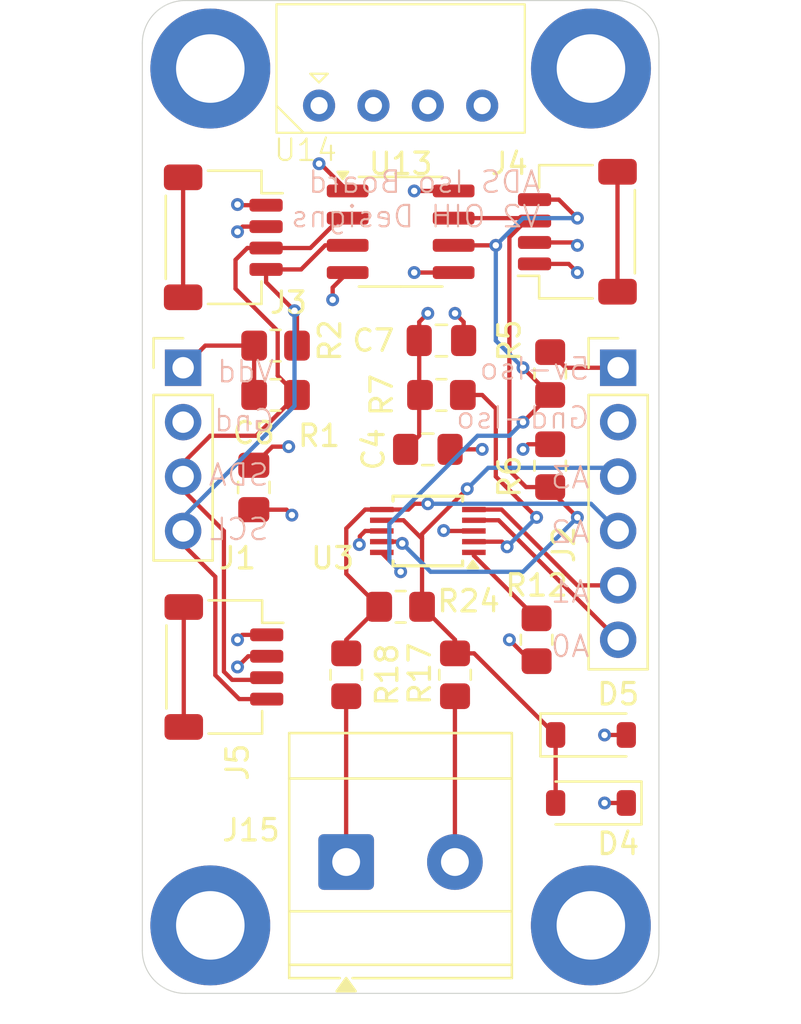
<source format=kicad_pcb>
(kicad_pcb (version 20241229) (generator "pcbnew") (generator_version "9.0")
  (layers (0 "F.Cu" signal) (4 "In1.Cu" signal) (6 "In2.Cu" signal) (2 "B.Cu" signal) (13 "F.Paste" user) (15 "B.Paste" user) (5 "F.SilkS" user "F.Silkscreen") (7 "B.SilkS" user "B.Silkscreen") (1 "F.Mask" user) (3 "B.Mask" user) (25 "Edge.Cuts" user))
  (net 0 "")
  (net 1 "Gnd-iso")
  (net 2 "5V-iso")
  (net 3 "GND")
  (net 4 "VDD")
  (net 5 "ADS_ADDR")
  (net 6 "SCL-5V")
  (net 7 "ADS_ALERT")
  (net 8 "SDA-5V")
  (net 9 "SDA")
  (net 10 "SCL")
  (net 11 "/AIN3")
  (net 12 "/AIN0")
  (net 13 "/AIN2")
  (net 14 "/AIN1")
  (net 15 "unconnected-(J3-MountPin-PadMP)")
  (net 16 "unconnected-(J4-MountPin-PadMP)")
  (net 17 "unconnected-(J5-MountPin-PadMP)")
  (net 18 "Net-(J15-Pin_2)")
  (net 19 "Net-(J15-Pin_1)")
  (footprint "Resistor_SMD:R_0805_2012Metric_Pad1.20x1.40mm_HandSolder" (layer "F.Cu") (at 139.065 53.34)
    (property "Reference" "R7" (at -2.794 0 90) (layer "F.SilkS"))
    (property "Value" "4.7K")
    (fp_line (start -0.227064 -0.735) (end 0.227064 -0.735) (stroke (width 0.12)) (layer "F.SilkS"))
    (fp_line (start -0.227064 0.735) (end 0.227064 0.735) (stroke (width 0.12)) (layer "F.SilkS"))
    (pad "1" smd roundrect (at -1 0) (size 1.2 1.4) (layers "F.Cu" "F.Mask" "F.Paste") (roundrect_rratio 0.208333) (net 2 "5V-iso"))
    (pad "2" smd roundrect (at 1 0) (size 1.2 1.4) (layers "F.Cu" "F.Mask" "F.Paste") (roundrect_rratio 0.208333) (net 7 "ADS_ALERT"))
  )
  (footprint "Resistor_SMD:R_0805_2012Metric_Pad1.20x1.40mm_HandSolder" (layer "F.Cu") (at 143.51 64.77 -90)
    (property "Reference" "R12" (at -2.54 0 180) (layer "F.SilkS"))
    (property "Value" "0")
    (fp_line (start -0.227064 0.735) (end 0.227064 0.735) (stroke (width 0.12)) (layer "F.SilkS"))
    (fp_line (start -0.227064 -0.735) (end 0.227064 -0.735) (stroke (width 0.12)) (layer "F.SilkS"))
    (pad "1" smd roundrect (at -1 0 270) (size 1.2 1.4) (layers "F.Cu" "F.Mask" "F.Paste") (roundrect_rratio 0.208333) (net 5 "ADS_ADDR"))
    (pad "2" smd roundrect (at 1 0 270) (size 1.2 1.4) (layers "F.Cu" "F.Mask" "F.Paste") (roundrect_rratio 0.208333) (net 1 "Gnd-iso"))
  )
  (footprint "Diode_SMD:D_SOD-123" (layer "F.Cu") (at 146.05 72.39 180)
    (property "Reference" "D4" (at -1.27 -1.905 0) (layer "F.SilkS"))
    (property "Value" "D_Schottky")
    (fp_line (start -2.36 1) (end 1.65 1) (stroke (width 0.12)) (layer "F.SilkS"))
    (fp_line (start -2.36 -1) (end 1.65 -1) (stroke (width 0.12)) (layer "F.SilkS"))
    (fp_line (start -2.36 -1) (end -2.36 1) (stroke (width 0.12)) (layer "F.SilkS"))
    (pad "1" smd roundrect (at -1.65 0 180) (size 0.9 1.2) (layers "F.Cu" "F.Mask" "F.Paste") (net 2 "5V-iso"))
    (pad "2" smd roundrect (at 1.65 0 180) (size 0.9 1.2) (layers "F.Cu" "F.Mask" "F.Paste") (net 11 "/AIN3"))
  )
  (footprint "Package_SO:TSSOP-10_3x3mm_P0.5mm" (layer "F.Cu") (at 138.43 59.69 180)
    (property "Reference" "U3" (at 4.445 -1.27 0) (layer "F.SilkS"))
    (property "Value" "ADS1115IDGS")
    (fp_line (start 1.625 1.625) (end 1.625 1.4) (stroke (width 0.15)) (layer "F.SilkS"))
    (fp_line (start 1.625 -1.625) (end 1.625 -1.4) (stroke (width 0.15)) (layer "F.SilkS"))
    (fp_line (start -1.625 1.625) (end 1.625 1.625) (stroke (width 0.15)) (layer "F.SilkS"))
    (fp_line (start -1.625 1.625) (end -1.625 1.4) (stroke (width 0.15)) (layer "F.SilkS"))
    (fp_line (start -1.625 -1.625) (end 1.625 -1.625) (stroke (width 0.15)) (layer "F.SilkS"))
    (fp_line (start -1.625 -1.625) (end -1.625 -1.4) (stroke (width 0.15)) (layer "F.SilkS"))
    (fp_poly (pts (xy -2.1 -1.4) (xy -2.34 -1.73) (xy -1.86 -1.73) (xy -2.1 -1.4)) (stroke (width 0.12)) (fill yes) (layer "F.SilkS"))
    (pad "1" smd rect (at -2.15 -1 180) (size 1.1 0.25) (layers "F.Cu" "F.Mask" "F.Paste") (net 5 "ADS_ADDR"))
    (pad "2" smd rect (at -2.15 -0.5 180) (size 1.1 0.25) (layers "F.Cu" "F.Mask" "F.Paste") (net 7 "ADS_ALERT"))
    (pad "3" smd rect (at -2.15 0 180) (size 1.1 0.25) (layers "F.Cu" "F.Mask" "F.Paste") (net 1 "Gnd-iso"))
    (pad "4" smd rect (at -2.15 0.5 180) (size 1.1 0.25) (layers "F.Cu" "F.Mask" "F.Paste") (net 12 "/AIN0"))
    (pad "5" smd rect (at -2.15 1 180) (size 1.1 0.25) (layers "F.Cu" "F.Mask" "F.Paste") (net 14 "/AIN1"))
    (pad "6" smd rect (at 2.15 1 180) (size 1.1 0.25) (layers "F.Cu" "F.Mask" "F.Paste") (net 13 "/AIN2"))
    (pad "7" smd rect (at 2.15 0.5 180) (size 1.1 0.25) (layers "F.Cu" "F.Mask" "F.Paste") (net 11 "/AIN3"))
    (pad "8" smd rect (at 2.15 0 180) (size 1.1 0.25) (layers "F.Cu" "F.Mask" "F.Paste") (net 2 "5V-iso"))
    (pad "9" smd rect (at 2.15 -0.5 180) (size 1.1 0.25) (layers "F.Cu" "F.Mask" "F.Paste") (net 8 "SDA-5V"))
    (pad "10" smd rect (at 2.15 -1 180) (size 1.1 0.25) (layers "F.Cu" "F.Mask" "F.Paste") (net 6 "SCL-5V"))
  )
  (footprint "Library:XP SCT01F03S05" (layer "F.Cu") (at 138.46 38.72)
    (property "Reference" "U14" (at -5.745 3.19 0) (layer "F.SilkS") (effects (font (thickness 0.1))))
    (property "Value" "RFM-0505S")
    (fp_line (start -7.1 1.11) (end -5.83 2.38) (stroke (width 0.1)) (layer "F.SilkS"))
    (fp_line (start -5.519053 -0.377577) (end -4.757053 -0.377577) (stroke (width 0.1)) (layer "F.SilkS"))
    (fp_line (start -5.112653 0.028823) (end -5.519053 -0.377577) (stroke (width 0.1)) (layer "F.SilkS"))
    (fp_line (start -5.112653 0.028823) (end -4.706253 -0.377577) (stroke (width 0.1)) (layer "F.SilkS"))
    (fp_line (start -4.757053 -0.377577) (end -4.706253 -0.377577) (stroke (width 0.1)) (layer "F.SilkS"))
    (fp_rect (start -7.1 -3.62) (end 4.5 2.38) (stroke (width 0.1)) (fill no) (layer "F.SilkS"))
    (pad "1" thru_hole circle (at -5.11 1.11) (size 1.5 1.5) (drill 0.8) (layers "*.Cu" "*.Mask") (net 3 "GND"))
    (pad "2" thru_hole circle (at -2.57 1.11) (size 1.5 1.5) (drill 0.8) (layers "*.Cu" "*.Mask") (net 4 "VDD"))
    (pad "3" thru_hole circle (at -0.03 1.11) (size 1.5 1.5) (drill 0.8) (layers "*.Cu" "*.Mask") (net 1 "Gnd-iso"))
    (pad "4" thru_hole circle (at 2.51 1.11) (size 1.5 1.5) (drill 0.8) (layers "*.Cu" "*.Mask") (net 2 "5V-iso"))
  )
  (footprint "Package_SO:SOIC-8_3.9x4.9mm_P1.27mm" (layer "F.Cu") (at 137.16 45.72)
    (property "Reference" "U13" (at 0 -3.175 0) (layer "F.SilkS"))
    (property "Value" "ISO1540")
    (fp_line (start 0 -2.56) (end -1.95 -2.56) (stroke (width 0.12)) (layer "F.SilkS"))
    (fp_line (start 0 -2.56) (end 1.95 -2.56) (stroke (width 0.12)) (layer "F.SilkS"))
    (fp_line (start 0 2.56) (end -1.95 2.56) (stroke (width 0.12)) (layer "F.SilkS"))
    (fp_line (start 0 2.56) (end 1.95 2.56) (stroke (width 0.12)) (layer "F.SilkS"))
    (fp_poly (pts (xy -2.7 -2.465) (xy -2.94 -2.795) (xy -2.46 -2.795)) (stroke (width 0.12)) (fill yes) (layer "F.SilkS"))
    (pad "1" smd roundrect (at -2.475 -1.905) (size 1.95 0.6) (layers "F.Cu" "F.Mask" "F.Paste") (net 4 "VDD"))
    (pad "2" smd roundrect (at -2.475 -0.635) (size 1.95 0.6) (layers "F.Cu" "F.Mask" "F.Paste") (net 9 "SDA"))
    (pad "3" smd roundrect (at -2.475 0.635) (size 1.95 0.6) (layers "F.Cu" "F.Mask" "F.Paste") (net 10 "SCL"))
    (pad "4" smd roundrect (at -2.475 1.905) (size 1.95 0.6) (layers "F.Cu" "F.Mask" "F.Paste") (net 3 "GND"))
    (pad "5" smd roundrect (at 2.475 1.905) (size 1.95 0.6) (layers "F.Cu" "F.Mask" "F.Paste") (net 1 "Gnd-iso"))
    (pad "6" smd roundrect (at 2.475 0.635) (size 1.95 0.6) (layers "F.Cu" "F.Mask" "F.Paste") (net 6 "SCL-5V"))
    (pad "7" smd roundrect (at 2.475 -0.635) (size 1.95 0.6) (layers "F.Cu" "F.Mask" "F.Paste") (net 8 "SDA-5V"))
    (pad "8" smd roundrect (at 2.475 -1.905) (size 1.95 0.6) (layers "F.Cu" "F.Mask" "F.Paste") (net 2 "5V-iso"))
  )
  (footprint "MountingHole:MountingHole_3.2mm_M3_DIN965_Pad_TopBottom" (layer "F.Cu") (at 128.27 38.1)
    (property "Reference" "H1" (hide yes))
    (property "Value" "MountingHole")
    (pad "1" thru_hole circle (at 0 0) (size 3.6 3.6) (drill 3.2) (layers "*.Cu" "*.Mask"))
    (pad "1" connect circle (at 0 0) (size 5.6 5.6) (layers "F.Cu" "F.Mask"))
    (pad "1" connect circle (at 0 0) (size 5.6 5.6) (layers "B.Cu" "B.Mask"))
  )
  (footprint "TerminalBlock_Phoenix:TerminalBlock_Phoenix_MKDS-3-2-5.08_1x02_P5.08mm_Horizontal" (layer "F.Cu") (at 134.615 75.14625)
    (property "Reference" "J15" (at -4.44 -1.48625 0) (layer "F.SilkS"))
    (property "Value" "Barrel_Jack")
    (fp_line (start -2.66 -6.02) (end 7.74 -6.02) (stroke (width 0.12)) (layer "F.SilkS"))
    (fp_line (start -2.66 -3.9) (end 7.74 -3.9) (stroke (width 0.12)) (layer "F.SilkS"))
    (fp_line (start -2.66 2.3) (end 7.74 2.3) (stroke (width 0.12)) (layer "F.SilkS"))
    (fp_line (start -2.66 4.8) (end 7.74 4.8) (stroke (width 0.12)) (layer "F.SilkS"))
    (fp_line (start -2.66 5.42) (end -2.66 -6.02) (stroke (width 0.12)) (layer "F.SilkS"))
    (fp_line (start -0.3 5.42) (end -2.66 5.42) (stroke (width 0.12)) (layer "F.SilkS"))
    (fp_line (start 7.74 -6.02) (end 7.74 5.42) (stroke (width 0.12)) (layer "F.SilkS"))
    (fp_line (start 7.74 5.42) (end 0.3 5.42) (stroke (width 0.12)) (layer "F.SilkS"))
    (fp_poly (pts (xy 0 5.42) (xy 0.44 6.03) (xy -0.44 6.03)) (stroke (width 0.12)) (fill yes) (layer "F.SilkS"))
    (pad "1" thru_hole roundrect (at 0 0) (size 2.6 2.6) (drill 1.3) (layers "*.Cu" "*.Mask") (roundrect_rratio 0.096154) (net 19 "Net-(J15-Pin_1)"))
    (pad "2" thru_hole circle (at 5.08 0) (size 2.6 2.6) (drill 1.3) (layers "*.Cu" "*.Mask") (net 18 "Net-(J15-Pin_2)"))
  )
  (footprint "Resistor_SMD:R_0805_2012Metric_Pad1.20x1.40mm_HandSolder" (layer "F.Cu") (at 137.16 63.23 180)
    (property "Reference" "R24" (at -3.175 0.265 0) (layer "F.SilkS"))
    (property "Value" "15K")
    (fp_line (start -0.227064 0.735) (end 0.227064 0.735) (stroke (width 0.12)) (layer "F.SilkS"))
    (fp_line (start -0.227064 -0.735) (end 0.227064 -0.735) (stroke (width 0.12)) (layer "F.SilkS"))
    (pad "1" smd roundrect (at -1 0 180) (size 1.2 1.4) (layers "F.Cu" "F.Mask" "F.Paste") (roundrect_rratio 0.208333) (net 11 "/AIN3"))
    (pad "2" smd roundrect (at 1 0 180) (size 1.2 1.4) (layers "F.Cu" "F.Mask" "F.Paste") (roundrect_rratio 0.208333) (net 13 "/AIN2"))
  )
  (footprint "Capacitor_SMD:C_0805_2012Metric_Pad1.18x1.45mm_HandSolder" (layer "F.Cu") (at 130.302 57.658 -90)
    (property "Reference" "C8" (at -2.54 0 180) (layer "F.SilkS"))
    (property "Value" "0.1uF")
    (fp_line (start -0.261252 0.735) (end 0.261252 0.735) (stroke (width 0.12)) (layer "F.SilkS"))
    (fp_line (start -0.261252 -0.735) (end 0.261252 -0.735) (stroke (width 0.12)) (layer "F.SilkS"))
    (pad "1" smd roundrect (at -1.0375 0 270) (size 1.175 1.45) (layers "F.Cu" "F.Mask" "F.Paste") (roundrect_rratio 0.212766) (net 4 "VDD"))
    (pad "2" smd roundrect (at 1.0375 0 270) (size 1.175 1.45) (layers "F.Cu" "F.Mask" "F.Paste") (roundrect_rratio 0.212766) (net 3 "GND"))
  )
  (footprint "Connector_JST:JST_SH_SM04B-SRSS-TB_1x04-1MP_P1.00mm_Horizontal" (layer "F.Cu") (at 145.415 45.72 90)
    (property "Reference" "J4" (at 3.175 -3.175 0) (layer "F.SilkS"))
    (property "Value" "Conn_01x04_MountingPin")
    (fp_line (start 3.11 -1.785) (end 2.06 -1.785) (stroke (width 0.12)) (layer "F.SilkS"))
    (fp_line (start -2.06 -1.785) (end -2.06 -2.775) (stroke (width 0.12)) (layer "F.SilkS"))
    (fp_line (start -3.11 -1.785) (end -2.06 -1.785) (stroke (width 0.12)) (layer "F.SilkS"))
    (fp_line (start 3.11 0.715) (end 3.11 -1.785) (stroke (width 0.12)) (layer "F.SilkS"))
    (fp_line (start -3.11 0.715) (end -3.11 -1.785) (stroke (width 0.12)) (layer "F.SilkS"))
    (fp_line (start -1.94 2.685) (end 1.94 2.685) (stroke (width 0.12)) (layer "F.SilkS"))
    (pad "1" smd roundrect (at -1.5 -2 90) (size 0.6 1.55) (layers "F.Cu" "F.Mask" "F.Paste") (net 1 "Gnd-iso"))
    (pad "2" smd roundrect (at -0.5 -2 90) (size 0.6 1.55) (layers "F.Cu" "F.Mask" "F.Paste") (net 2 "5V-iso"))
    (pad "3" smd roundrect (at 0.5 -2 90) (size 0.6 1.55) (layers "F.Cu" "F.Mask" "F.Paste") (net 8 "SDA-5V"))
    (pad "4" smd roundrect (at 1.5 -2 90) (size 0.6 1.55) (layers "F.Cu" "F.Mask" "F.Paste") (net 6 "SCL-5V"))
    (pad "MP" smd roundrect (at -2.8 1.875 90) (size 1.2 1.8) (layers "F.Cu" "F.Mask" "F.Paste") (roundrect_rratio 0.208333) (net 16 "unconnected-(J4-MountPin-PadMP)"))
    (pad "MP" smd roundrect (at 2.8 1.875 90) (size 1.2 1.8) (layers "F.Cu" "F.Mask" "F.Paste") (roundrect_rratio 0.208333) (net 16 "unconnected-(J4-MountPin-PadMP)"))
  )
  (footprint "Connector_PinHeader_2.54mm:PinHeader_1x06_P2.54mm_Vertical" (layer "F.Cu") (at 147.32 52.07)
    (property "Reference" "J2" (at -2.54 8.255 90) (layer "F.SilkS"))
    (property "Value" "Screw_Terminal_01x06")
    (fp_line (start -1.38 -1.38) (end 0 -1.38) (stroke (width 0.12)) (layer "F.SilkS"))
    (fp_line (start -1.38 0) (end -1.38 -1.38) (stroke (width 0.12)) (layer "F.SilkS"))
    (fp_line (start -1.38 1.27) (end -1.38 14.08) (stroke (width 0.12)) (layer "F.SilkS"))
    (fp_line (start -1.38 1.27) (end 1.38 1.27) (stroke (width 0.12)) (layer "F.SilkS"))
    (fp_line (start -1.38 14.08) (end 1.38 14.08) (stroke (width 0.12)) (layer "F.SilkS"))
    (fp_line (start 1.38 1.27) (end 1.38 14.08) (stroke (width 0.12)) (layer "F.SilkS"))
    (pad "1" thru_hole rect (at 0 0) (size 1.7 1.7) (drill 1) (layers "*.Cu" "*.Mask") (net 2 "5V-iso"))
    (pad "2" thru_hole circle (at 0 2.54) (size 1.7 1.7) (drill 1) (layers "*.Cu" "*.Mask") (net 1 "Gnd-iso"))
    (pad "3" thru_hole circle (at 0 5.08) (size 1.7 1.7) (drill 1) (layers "*.Cu" "*.Mask") (net 11 "/AIN3"))
    (pad "4" thru_hole circle (at 0 7.62) (size 1.7 1.7) (drill 1) (layers "*.Cu" "*.Mask") (net 13 "/AIN2"))
    (pad "5" thru_hole circle (at 0 10.16) (size 1.7 1.7) (drill 1) (layers "*.Cu" "*.Mask") (net 14 "/AIN1"))
    (pad "6" thru_hole circle (at 0 12.7) (size 1.7 1.7) (drill 1) (layers "*.Cu" "*.Mask") (net 12 "/AIN0"))
  )
  (footprint "Connector_JST:JST_SH_SM04B-SRSS-TB_1x04-1MP_P1.00mm_Horizontal" (layer "F.Cu") (at 128.905 66.04 -90)
    (property "Reference" "J5" (at 4.445 -0.635 90) (layer "F.SilkS"))
    (property "Value" "Conn_01x04_MountingPin")
    (fp_line (start -1.94 2.685) (end 1.94 2.685) (stroke (width 0.12)) (layer "F.SilkS"))
    (fp_line (start -3.11 0.715) (end -3.11 -1.785) (stroke (width 0.12)) (layer "F.SilkS"))
    (fp_line (start 3.11 0.715) (end 3.11 -1.785) (stroke (width 0.12)) (layer "F.SilkS"))
    (fp_line (start -3.11 -1.785) (end -2.06 -1.785) (stroke (width 0.12)) (layer "F.SilkS"))
    (fp_line (start -2.06 -1.785) (end -2.06 -2.775) (stroke (width 0.12)) (layer "F.SilkS"))
    (fp_line (start 3.11 -1.785) (end 2.06 -1.785) (stroke (width 0.12)) (layer "F.SilkS"))
    (pad "1" smd roundrect (at -1.5 -2 270) (size 0.6 1.55) (layers "F.Cu" "F.Mask" "F.Paste") (net 3 "GND"))
    (pad "2" smd roundrect (at -0.5 -2 270) (size 0.6 1.55) (layers "F.Cu" "F.Mask" "F.Paste") (net 4 "VDD"))
    (pad "3" smd roundrect (at 0.5 -2 270) (size 0.6 1.55) (layers "F.Cu" "F.Mask" "F.Paste") (net 9 "SDA"))
    (pad "4" smd roundrect (at 1.5 -2 270) (size 0.6 1.55) (layers "F.Cu" "F.Mask" "F.Paste") (net 10 "SCL"))
    (pad "MP" smd roundrect (at -2.8 1.875 270) (size 1.2 1.8) (layers "F.Cu" "F.Mask" "F.Paste") (roundrect_rratio 0.208333) (net 17 "unconnected-(J5-MountPin-PadMP)"))
    (pad "MP" smd roundrect (at 2.8 1.875 270) (size 1.2 1.8) (layers "F.Cu" "F.Mask" "F.Paste") (roundrect_rratio 0.208333) (net 17 "unconnected-(J5-MountPin-PadMP)"))
  )
  (footprint "Resistor_SMD:R_0805_2012Metric_Pad1.20x1.40mm_HandSolder" (layer "F.Cu") (at 134.62 66.405 90)
    (property "Reference" "R18" (at 0 1.905 90) (layer "F.SilkS"))
    (property "Value" "499.0K")
    (fp_line (start -0.227064 -0.735) (end 0.227064 -0.735) (stroke (width 0.12)) (layer "F.SilkS"))
    (fp_line (start -0.227064 0.735) (end 0.227064 0.735) (stroke (width 0.12)) (layer "F.SilkS"))
    (pad "1" smd roundrect (at -1 0 90) (size 1.2 1.4) (layers "F.Cu" "F.Mask" "F.Paste") (roundrect_rratio 0.208333) (net 19 "Net-(J15-Pin_1)"))
    (pad "2" smd roundrect (at 1 0 90) (size 1.2 1.4) (layers "F.Cu" "F.Mask" "F.Paste") (roundrect_rratio 0.208333) (net 13 "/AIN2"))
  )
  (footprint "MountingHole:MountingHole_3.2mm_M3_DIN965_Pad_TopBottom" (layer "F.Cu") (at 146.05 38.1)
    (property "Reference" "H2" (hide yes))
    (property "Value" "MountingHole")
    (pad "1" thru_hole circle (at 0 0) (size 3.6 3.6) (drill 3.2) (layers "*.Cu" "*.Mask"))
    (pad "1" connect circle (at 0 0) (size 5.6 5.6) (layers "F.Cu" "F.Mask"))
    (pad "1" connect circle (at 0 0) (size 5.6 5.6) (layers "B.Cu" "B.Mask"))
  )
  (footprint "MountingHole:MountingHole_3.2mm_M3_DIN965_Pad_TopBottom" (layer "F.Cu") (at 146.045 78.105)
    (property "Reference" "H4" (hide yes))
    (property "Value" "MountingHole")
    (pad "1" thru_hole circle (at 0 0) (size 3.6 3.6) (drill 3.2) (layers "*.Cu" "*.Mask"))
    (pad "1" connect circle (at 0 0) (size 5.6 5.6) (layers "F.Cu" "F.Mask"))
    (pad "1" connect circle (at 0 0) (size 5.6 5.6) (layers "B.Cu" "B.Mask"))
  )
  (footprint "Capacitor_SMD:C_0805_2012Metric_Pad1.18x1.45mm_HandSolder" (layer "F.Cu") (at 139.065 50.8)
    (property "Reference" "C7" (at -3.175 0 180) (layer "F.SilkS"))
    (property "Value" "0.1uF")
    (fp_line (start -0.261252 -0.735) (end 0.261252 -0.735) (stroke (width 0.12)) (layer "F.SilkS"))
    (fp_line (start -0.261252 0.735) (end 0.261252 0.735) (stroke (width 0.12)) (layer "F.SilkS"))
    (pad "1" smd roundrect (at -1.0375 0) (size 1.175 1.45) (layers "F.Cu" "F.Mask" "F.Paste") (roundrect_rratio 0.212766) (net 2 "5V-iso"))
    (pad "2" smd roundrect (at 1.0375 0) (size 1.175 1.45) (layers "F.Cu" "F.Mask" "F.Paste") (roundrect_rratio 0.212766) (net 1 "Gnd-iso"))
  )
  (footprint "Connector_JST:JST_SH_SM04B-SRSS-TB_1x04-1MP_P1.00mm_Horizontal" (layer "F.Cu") (at 128.875 45.98 -90)
    (property "Reference" "J3" (at 3.048 -3.048 180) (layer "F.SilkS"))
    (property "Value" "Conn_01x04_MountingPin")
    (fp_line (start -1.94 2.685) (end 1.94 2.685) (stroke (width 0.12)) (layer "F.SilkS"))
    (fp_line (start -3.11 0.715) (end -3.11 -1.785) (stroke (width 0.12)) (layer "F.SilkS"))
    (fp_line (start 3.11 0.715) (end 3.11 -1.785) (stroke (width 0.12)) (layer "F.SilkS"))
    (fp_line (start -3.11 -1.785) (end -2.06 -1.785) (stroke (width 0.12)) (layer "F.SilkS"))
    (fp_line (start -2.06 -1.785) (end -2.06 -2.775) (stroke (width 0.12)) (layer "F.SilkS"))
    (fp_line (start 3.11 -1.785) (end 2.06 -1.785) (stroke (width 0.12)) (layer "F.SilkS"))
    (pad "1" smd roundrect (at -1.5 -2 270) (size 0.6 1.55) (layers "F.Cu" "F.Mask" "F.Paste") (net 3 "GND"))
    (pad "2" smd roundrect (at -0.5 -2 270) (size 0.6 1.55) (layers "F.Cu" "F.Mask" "F.Paste") (net 4 "VDD"))
    (pad "3" smd roundrect (at 0.5 -2 270) (size 0.6 1.55) (layers "F.Cu" "F.Mask" "F.Paste") (net 9 "SDA"))
    (pad "4" smd roundrect (at 1.5 -2 270) (size 0.6 1.55) (layers "F.Cu" "F.Mask" "F.Paste") (net 10 "SCL"))
    (pad "MP" smd roundrect (at -2.8 1.875 270) (size 1.2 1.8) (layers "F.Cu" "F.Mask" "F.Paste") (roundrect_rratio 0.208333) (net 15 "unconnected-(J3-MountPin-PadMP)"))
    (pad "MP" smd roundrect (at 2.8 1.875 270) (size 1.2 1.8) (layers "F.Cu" "F.Mask" "F.Paste") (roundrect_rratio 0.208333) (net 15 "unconnected-(J3-MountPin-PadMP)"))
  )
  (footprint "Capacitor_SMD:C_0805_2012Metric_Pad1.18x1.45mm_HandSolder" (layer "F.Cu") (at 138.43 55.88 180)
    (property "Reference" "C4" (at 2.54 0 90) (layer "F.SilkS"))
    (property "Value" "0.1uF")
    (fp_line (start -0.261252 0.735) (end 0.261252 0.735) (stroke (width 0.12)) (layer "F.SilkS"))
    (fp_line (start -0.261252 -0.735) (end 0.261252 -0.735) (stroke (width 0.12)) (layer "F.SilkS"))
    (pad "1" smd roundrect (at -1.0375 0 180) (size 1.175 1.45) (layers "F.Cu" "F.Mask" "F.Paste") (roundrect_rratio 0.212766) (net 1 "Gnd-iso"))
    (pad "2" smd roundrect (at 1.0375 0 180) (size 1.175 1.45) (layers "F.Cu" "F.Mask" "F.Paste") (roundrect_rratio 0.212766) (net 2 "5V-iso"))
  )
  (footprint "Resistor_SMD:R_0805_2012Metric_Pad1.20x1.40mm_HandSolder" (layer "F.Cu") (at 139.7 66.405 90)
    (property "Reference" "R17" (at 0.04875 -1.65 90) (layer "F.SilkS"))
    (property "Value" "499.0K")
    (fp_line (start -0.227064 -0.735) (end 0.227064 -0.735) (stroke (width 0.12)) (layer "F.SilkS"))
    (fp_line (start -0.227064 0.735) (end 0.227064 0.735) (stroke (width 0.12)) (layer "F.SilkS"))
    (pad "1" smd roundrect (at -1 0 90) (size 1.2 1.4) (layers "F.Cu" "F.Mask" "F.Paste") (roundrect_rratio 0.208333) (net 18 "Net-(J15-Pin_2)"))
    (pad "2" smd roundrect (at 1 0 90) (size 1.2 1.4) (layers "F.Cu" "F.Mask" "F.Paste") (roundrect_rratio 0.208333) (net 11 "/AIN3"))
  )
  (footprint "Resistor_SMD:R_0805_2012Metric_Pad1.20x1.40mm_HandSolder" (layer "F.Cu") (at 131.318 53.34)
    (property "Reference" "R1" (at 2.032 1.905 0) (layer "F.SilkS"))
    (property "Value" "4.7K")
    (fp_line (start -0.227064 -0.735) (end 0.227064 -0.735) (stroke (width 0.12)) (layer "F.SilkS"))
    (fp_line (start -0.227064 0.735) (end 0.227064 0.735) (stroke (width 0.12)) (layer "F.SilkS"))
    (pad "1" smd roundrect (at -1 0) (size 1.2 1.4) (layers "F.Cu" "F.Mask" "F.Paste") (roundrect_rratio 0.208333) (net 4 "VDD"))
    (pad "2" smd roundrect (at 1 0) (size 1.2 1.4) (layers "F.Cu" "F.Mask" "F.Paste") (roundrect_rratio 0.208333) (net 9 "SDA"))
  )
  (footprint "Resistor_SMD:R_0805_2012Metric_Pad1.20x1.40mm_HandSolder" (layer "F.Cu") (at 144.145 56.642 -90)
    (property "Reference" "R6" (at 0.508 1.905 90) (layer "F.SilkS"))
    (property "Value" "4.7K")
    (fp_line (start -0.227064 0.735) (end 0.227064 0.735) (stroke (width 0.12)) (layer "F.SilkS"))
    (fp_line (start -0.227064 -0.735) (end 0.227064 -0.735) (stroke (width 0.12)) (layer "F.SilkS"))
    (pad "1" smd roundrect (at -1 0 270) (size 1.2 1.4) (layers "F.Cu" "F.Mask" "F.Paste") (roundrect_rratio 0.208333) (net 2 "5V-iso"))
    (pad "2" smd roundrect (at 1 0 270) (size 1.2 1.4) (layers "F.Cu" "F.Mask" "F.Paste") (roundrect_rratio 0.208333) (net 8 "SDA-5V"))
  )
  (footprint "Diode_SMD:D_SOD-123" (layer "F.Cu") (at 146.05 69.215)
    (property "Reference" "D5" (at 1.27 -1.905 0) (layer "F.SilkS"))
    (property "Value" "D_Schottky")
    (fp_line (start -2.36 -1) (end -2.36 1) (stroke (width 0.12)) (layer "F.SilkS"))
    (fp_line (start -2.36 -1) (end 1.65 -1) (stroke (width 0.12)) (layer "F.SilkS"))
    (fp_line (start -2.36 1) (end 1.65 1) (stroke (width 0.12)) (layer "F.SilkS"))
    (pad "1" smd roundrect (at -1.65 0) (size 0.9 1.2) (layers "F.Cu" "F.Mask" "F.Paste") (net 11 "/AIN3"))
    (pad "2" smd roundrect (at 1.65 0) (size 0.9 1.2) (layers "F.Cu" "F.Mask" "F.Paste") (net 1 "Gnd-iso"))
  )
  (footprint "MountingHole:MountingHole_3.2mm_M3_DIN965_Pad_TopBottom" (layer "F.Cu") (at 128.27 78.105)
    (property "Reference" "H3" (hide yes))
    (property "Value" "MountingHole")
    (pad "1" thru_hole circle (at 0 0) (size 3.6 3.6) (drill 3.2) (layers "*.Cu" "*.Mask"))
    (pad "1" connect circle (at 0 0) (size 5.6 5.6) (layers "F.Cu" "F.Mask"))
    (pad "1" connect circle (at 0 0) (size 5.6 5.6) (layers "B.Cu" "B.Mask"))
  )
  (footprint "Resistor_SMD:R_0805_2012Metric_Pad1.20x1.40mm_HandSolder" (layer "F.Cu") (at 144.145 52.34 -90)
    (property "Reference" "R5" (at -1.54 1.905 90) (layer "F.SilkS"))
    (property "Value" "4.7K")
    (fp_line (start -0.227064 0.735) (end 0.227064 0.735) (stroke (width 0.12)) (layer "F.SilkS"))
    (fp_line (start -0.227064 -0.735) (end 0.227064 -0.735) (stroke (width 0.12)) (layer "F.SilkS"))
    (pad "1" smd roundrect (at -1 0 270) (size 1.2 1.4) (layers "F.Cu" "F.Mask" "F.Paste") (roundrect_rratio 0.208333) (net 2 "5V-iso"))
    (pad "2" smd roundrect (at 1 0 270) (size 1.2 1.4) (layers "F.Cu" "F.Mask" "F.Paste") (roundrect_rratio 0.208333) (net 6 "SCL-5V"))
  )
  (footprint "Connector_PinHeader_2.54mm:PinHeader_1x04_P2.54mm_Vertical" (layer "F.Cu") (at 127 52.07)
    (property "Reference" "J1" (at 2.54 8.89 0) (layer "F.SilkS"))
    (property "Value" "Screw_Terminal_01x04")
    (fp_line (start -1.38 -1.38) (end 0 -1.38) (stroke (width 0.12)) (layer "F.SilkS"))
    (fp_line (start -1.38 0) (end -1.38 -1.38) (stroke (width 0.12)) (layer "F.SilkS"))
    (fp_line (start -1.38 1.27) (end -1.38 9) (stroke (width 0.12)) (layer "F.SilkS"))
    (fp_line (start -1.38 1.27) (end 1.38 1.27) (stroke (width 0.12)) (layer "F.SilkS"))
    (fp_line (start -1.38 9) (end 1.38 9) (stroke (width 0.12)) (layer "F.SilkS"))
    (fp_line (start 1.38 1.27) (end 1.38 9) (stroke (width 0.12)) (layer "F.SilkS"))
    (pad "1" thru_hole rect (at 0 0) (size 1.7 1.7) (drill 1) (layers "*.Cu" "*.Mask") (net 4 "VDD"))
    (pad "2" thru_hole circle (at 0 2.54) (size 1.7 1.7) (drill 1) (layers "*.Cu" "*.Mask") (net 3 "GND"))
    (pad "3" thru_hole circle (at 0 5.08) (size 1.7 1.7) (drill 1) (layers "*.Cu" "*.Mask") (net 9 "SDA"))
    (pad "4" thru_hole circle (at 0 7.62) (size 1.7 1.7) (drill 1) (layers "*.Cu" "*.Mask") (net 10 "SCL"))
  )
  (footprint "Resistor_SMD:R_0805_2012Metric_Pad1.20x1.40mm_HandSolder" (layer "F.Cu") (at 131.318 51.036)
    (property "Reference" "R2" (at 2.54 -0.236 90) (layer "F.SilkS"))
    (property "Value" "4.7K")
    (fp_line (start -0.227064 -0.735) (end 0.227064 -0.735) (stroke (width 0.12)) (layer "F.SilkS"))
    (fp_line (start -0.227064 0.735) (end 0.227064 0.735) (stroke (width 0.12)) (layer "F.SilkS"))
    (pad "1" smd roundrect (at -1 0) (size 1.2 1.4) (layers "F.Cu" "F.Mask" "F.Paste") (roundrect_rratio 0.208333) (net 4 "VDD"))
    (pad "2" smd roundrect (at 1 0) (size 1.2 1.4) (layers "F.Cu" "F.Mask" "F.Paste") (roundrect_rratio 0.208333) (net 10 "SCL"))
  )
  (gr_line (start 149.226132 36.925051) (end 149.225051 79.280051) (stroke (width 0.05)) (layer "Edge.Cuts"))
  (gr_line (start 127.095 34.925) (end 147.226132 34.925) (stroke (width 0.05)) (layer "Edge.Cuts"))
  (gr_arc (start 147.226132 34.925) (mid 148.640343 35.510816) (end 149.226132 36.925051) (stroke (width 0.05)) (layer "Edge.Cuts"))
  (gr_arc (start 127.095 81.28) (mid 125.680786 80.694214) (end 125.095 79.28) (stroke (width 0.05)) (layer "Edge.Cuts"))
  (gr_line (start 125.095 79.28) (end 125.095 36.925) (stroke (width 0.05)) (layer "Edge.Cuts"))
  (gr_line (start 147.225051 81.28) (end 127.095 81.28) (stroke (width 0.05)) (layer "Edge.Cuts"))
  (gr_arc (start 149.225051 79.280051) (mid 148.639247 80.694232) (end 147.225051 81.28) (stroke (width 0.05)) (layer "Edge.Cuts"))
  (gr_arc (start 125.095 36.925) (mid 125.680786 35.510786) (end 127.095 34.925) (stroke (width 0.05)) (layer "Edge.Cuts"))
  (gr_text "SDA" (at 131.064 57.658 0) (layer "B.SilkS") (effects (font (size 1 1) (thickness 0.1)) (justify left bottom mirror)))
  (gr_text "A1" (at 146.05 63.119 0) (layer "B.SilkS") (effects (font (size 1 1) (thickness 0.1)) (justify left bottom mirror)))
  (gr_text "A3" (at 146.05 57.785 0) (layer "B.SilkS") (effects (font (size 1 1) (thickness 0.1)) (justify left bottom mirror)))
  (gr_text "ADS Iso Board\nV2 OIH Designs" (at 143.764 45.593 0) (layer "B.SilkS") (effects (font (size 1 1) (thickness 0.1)) (justify left bottom mirror)))
  (gr_text "Gnd-Iso" (at 146.05 54.991 0) (layer "B.SilkS") (effects (font (size 1 1) (thickness 0.1)) (justify left bottom mirror)))
  (gr_text "SCL" (at 131.064 60.198 0) (layer "B.SilkS") (effects (font (size 1 1) (thickness 0.1)) (justify left bottom mirror)))
  (gr_text "5v-Iso" (at 146.05 52.705 0) (layer "B.SilkS") (effects (font (size 1 1) (thickness 0.1)) (justify left bottom mirror)))
  (gr_text "A2" (at 146.05 60.325 0) (layer "B.SilkS") (effects (font (size 1 1) (thickness 0.1)) (justify left bottom mirror)))
  (gr_text "Vdd" (at 131.318 52.832 0) (layer "B.SilkS") (effects (font (size 1 1) (thickness 0.1)) (justify left bottom mirror)))
  (gr_text "A0" (at 146.05 65.659 0) (layer "B.SilkS") (effects (font (size 1 1) (thickness 0.1)) (justify left bottom mirror)))
  (gr_text "Gnd" (at 131.318 55.118 0) (layer "B.SilkS") (effects (font (size 1 1) (thickness 0.1)) (justify left bottom mirror)))
  (segment (start 143.24 65.77) (end 142.24 64.77) (width 0.2) (layer "F.Cu") (net 1))
  (segment (start 143.415 47.22) (end 145.01 47.22) (width 0.2) (layer "F.Cu") (net 1))
  (segment (start 140.1025 49.9325) (end 139.7 49.53) (width 0.2) (layer "F.Cu") (net 1))
  (segment (start 139.635 47.625) (end 137.795 47.625) (width 0.2) (layer "F.Cu") (net 1))
  (segment (start 145.01 47.22) (end 145.415 47.625) (width 0.2) (layer "F.Cu") (net 1))
  (segment (start 143.51 65.77) (end 143.24 65.77) (width 0.2) (layer "F.Cu") (net 1))
  (segment (start 140.58 59.69) (end 139.151528 59.69) (width 0.2) (layer "F.Cu") (net 1))
  (segment (start 139.151528 59.69) (end 139.170615 59.670913) (width 0.2) (layer "F.Cu") (net 1))
  (segment (start 139.4675 55.88) (end 140.97 55.88) (width 0.2) (layer "F.Cu") (net 1))
  (segment (start 147.7 69.215) (end 146.685 69.215) (width 0.2) (layer "F.Cu") (net 1))
  (segment (start 140.1025 50.8) (end 140.1025 49.9325) (width 0.2) (layer "F.Cu") (net 1))
  (via (at 142.24 64.77) (size 0.6) (drill 0.3) (layers "F.Cu" "B.Cu") (net 1))
  (via (at 146.685 69.215) (size 0.6) (drill 0.3) (layers "F.Cu" "B.Cu") (net 1))
  (via (at 145.415 47.625) (size 0.6) (drill 0.3) (layers "F.Cu" "B.Cu") (net 1))
  (via (at 140.97 55.88) (size 0.6) (drill 0.3) (layers "F.Cu" "B.Cu") (net 1))
  (via (at 139.170615 59.670913) (size 0.6) (drill 0.3) (layers "F.Cu" "B.Cu") (net 1))
  (via (at 139.7 49.53) (size 0.6) (drill 0.3) (layers "F.Cu" "B.Cu") (net 1))
  (via (at 137.795 47.625) (size 0.6) (drill 0.3) (layers "F.Cu" "B.Cu") (net 1))
  (segment (start 143.113 55.642) (end 142.875 55.88) (width 0.2) (layer "F.Cu") (net 2))
  (segment (start 138.0275 50.8) (end 138.0275 49.9325) (width 0.2) (layer "F.Cu") (net 2))
  (segment (start 135.230634 60.325) (end 135.23011 60.325524) (width 0.2) (layer "F.Cu") (net 2))
  (segment (start 135.255 59.938) (end 135.255 60.325) (width 0.2) (layer "F.Cu") (net 2))
  (segment (start 144.875 52.07) (end 144.145 51.34) (width 0.2) (layer "F.Cu") (net 2))
  (segment (start 135.255 60.325) (end 135.230634 60.325) (width 0.2) (layer "F.Cu") (net 2))
  (segment (start 138.0275 49.9325) (end 138.43 49.53) (width 0.2) (layer "F.Cu") (net 2))
  (segment (start 145.28 46.22) (end 145.415 46.355) (width 0.2) (layer "F.Cu") (net 2))
  (segment (start 144.145 55.642) (end 143.113 55.642) (width 0.2) (layer "F.Cu") (net 2))
  (segment (start 147.7 72.39) (end 146.685 72.39) (width 0.2) (layer "F.Cu") (net 2))
  (segment (start 138.0275 50.8) (end 138.0275 55.245) (width 0.2) (layer "F.Cu") (net 2))
  (segment (start 147.32 52.07) (end 144.875 52.07) (width 0.2) (layer "F.Cu") (net 2))
  (segment (start 135.503 59.69) (end 135.255 59.938) (width 0.2) (layer "F.Cu") (net 2))
  (segment (start 138.0275 55.245) (end 137.3925 55.88) (width 0.2) (layer "F.Cu") (net 2))
  (segment (start 139.635 43.815) (end 137.795 43.815) (width 0.2) (layer "F.Cu") (net 2))
  (segment (start 143.415 46.22) (end 145.28 46.22) (width 0.2) (layer "F.Cu") (net 2))
  (segment (start 136.28 59.69) (end 135.503 59.69) (width 0.2) (layer "F.Cu") (net 2))
  (via (at 145.415 46.355) (size 0.6) (drill 0.3) (layers "F.Cu" "B.Cu") (net 2))
  (via (at 138.43 49.53) (size 0.6) (drill 0.3) (layers "F.Cu" "B.Cu") (net 2))
  (via (at 137.795 43.815) (size 0.6) (drill 0.3) (layers "F.Cu" "B.Cu") (net 2))
  (via (at 146.685 72.39) (size 0.6) (drill 0.3) (layers "F.Cu" "B.Cu") (net 2))
  (via (at 135.23011 60.325524) (size 0.6) (drill 0.3) (layers "F.Cu" "B.Cu") (net 2))
  (via (at 142.875 55.88) (size 0.6) (drill 0.3) (layers "F.Cu" "B.Cu") (net 2))
  (segment (start 134.685 47.625) (end 133.985 48.325) (width 0.2) (layer "F.Cu") (net 3))
  (segment (start 133.985 48.325) (end 133.985 48.895) (width 0.2) (layer "F.Cu") (net 3))
  (segment (start 129.57 44.48) (end 129.54 44.45) (width 0.2) (layer "F.Cu") (net 3))
  (segment (start 130.302 58.6955) (end 131.826 58.6955) (width 0.2) (layer "F.Cu") (net 3))
  (segment (start 130.875 44.48) (end 129.57 44.48) (width 0.2) (layer "F.Cu") (net 3))
  (segment (start 130.905 64.54) (end 129.77 64.54) (width 0.2) (layer "F.Cu") (net 3))
  (segment (start 129.77 64.54) (end 129.54 64.77) (width 0.2) (layer "F.Cu") (net 3))
  (segment (start 131.826 58.6955) (end 132.08 58.9495) (width 0.2) (layer "F.Cu") (net 3))
  (via (at 133.985 48.895) (size 0.6) (drill 0.3) (layers "F.Cu" "B.Cu") (net 3))
  (via (at 129.54 44.45) (size 0.6) (drill 0.3) (layers "F.Cu" "B.Cu") (net 3))
  (via (at 129.54 64.77) (size 0.6) (drill 0.3) (layers "F.Cu" "B.Cu") (net 3))
  (via (at 132.08 58.9495) (size 0.6) (drill 0.3) (layers "F.Cu" "B.Cu") (net 3))
  (segment (start 128.034 51.036) (end 127 52.07) (width 0.2) (layer "F.Cu") (net 4))
  (segment (start 130.905 65.54) (end 130.04 65.54) (width 0.2) (layer "F.Cu") (net 4))
  (segment (start 131.1695 55.753) (end 130.302 56.6205) (width 0.2) (layer "F.Cu") (net 4))
  (segment (start 130.318 51.036) (end 128.034 51.036) (width 0.2) (layer "F.Cu") (net 4))
  (segment (start 130.04 65.54) (end 129.54 66.04) (width 0.2) (layer "F.Cu") (net 4))
  (segment (start 130.318 51.036) (end 130.318 53.086) (width 0.2) (layer "F.Cu") (net 4))
  (segment (start 130.875 45.48) (end 129.78 45.48) (width 0.2) (layer "F.Cu") (net 4))
  (segment (start 129.78 45.48) (end 129.54 45.72) (width 0.2) (layer "F.Cu") (net 4))
  (segment (start 134.685 43.815) (end 133.415 42.545) (width 0.2) (layer "F.Cu") (net 4))
  (segment (start 131.9315 55.753) (end 131.1695 55.753) (width 0.2) (layer "F.Cu") (net 4))
  (segment (start 133.415 42.545) (end 133.35 42.545) (width 0.2) (layer "F.Cu") (net 4))
  (via (at 133.35 42.545) (size 0.6) (drill 0.3) (layers "F.Cu" "B.Cu") (net 4))
  (via (at 129.54 66.04) (size 0.6) (drill 0.3) (layers "F.Cu" "B.Cu") (net 4))
  (via (at 129.54 45.72) (size 0.6) (drill 0.3) (layers "F.Cu" "B.Cu") (net 4))
  (via (at 131.9315 55.753) (size 0.6) (drill 0.3) (layers "F.Cu" "B.Cu") (net 4))
  (segment (start 140.58 60.84) (end 143.51 63.77) (width 0.2) (layer "F.Cu") (net 5))
  (segment (start 140.58 60.69) (end 140.58 60.84) (width 0.2) (layer "F.Cu") (net 5))
  (segment (start 136.28 60.69) (end 136.28 60.715) (width 0.2) (layer "F.Cu") (net 6))
  (segment (start 142.875 52.07) (end 144.145 53.34) (width 0.2) (layer "F.Cu") (net 6))
  (segment (start 144.145 53.34) (end 142.875 54.61) (width 0.2) (layer "F.Cu") (net 6))
  (segment (start 139.635 46.355) (end 141.605 46.355) (width 0.2) (layer "F.Cu") (net 6))
  (segment (start 143.415 44.22) (end 144.55 44.22) (width 0.2) (layer "F.Cu") (net 6))
  (segment (start 144.55 44.22) (end 145.415 45.085) (width 0.2) (layer "F.Cu") (net 6))
  (segment (start 136.28 60.715) (end 137.16 61.595) (width 0.2) (layer "F.Cu") (net 6))
  (via (at 137.16 61.595) (size 0.6) (drill 0.3) (layers "F.Cu" "B.Cu") (net 6))
  (via (at 141.605 46.355) (size 0.6) (drill 0.3) (layers "F.Cu" "B.Cu") (net 6))
  (via (at 142.875 52.07) (size 0.6) (drill 0.3) (layers "F.Cu" "B.Cu") (net 6))
  (via (at 145.415 45.085) (size 0.6) (drill 0.3) (layers "F.Cu" "B.Cu") (net 6))
  (via (at 142.875 54.61) (size 0.6) (drill 0.3) (layers "F.Cu" "B.Cu") (net 6))
  (segment (start 142.875 45.085) (end 145.415 45.085) (width 0.2) (layer "B.Cu") (net 6))
  (segment (start 136.633369 59.366688) (end 136.633369 61.068369) (width 0.2) (layer "B.Cu") (net 6))
  (segment (start 141.605 46.355) (end 141.605 50.8) (width 0.2) (layer "B.Cu") (net 6))
  (segment (start 142.24 55.245) (end 140.755057 55.245) (width 0.2) (layer "B.Cu") (net 6))
  (segment (start 141.605 50.8) (end 142.875 52.07) (width 0.2) (layer "B.Cu") (net 6))
  (segment (start 142.875 54.61) (end 142.24 55.245) (width 0.2) (layer "B.Cu") (net 6))
  (segment (start 141.605 46.355) (end 142.875 45.085) (width 0.2) (layer "B.Cu") (net 6))
  (segment (start 136.633369 61.068369) (end 137.16 61.595) (width 0.2) (layer "B.Cu") (net 6))
  (segment (start 140.755057 55.245) (end 136.633369 59.366688) (width 0.2) (layer "B.Cu") (net 6))
  (segment (start 140.97 53.34) (end 140.065 53.34) (width 0.2) (layer "F.Cu") (net 7))
  (segment (start 143.51 59.055) (end 141.605 57.15) (width 0.2) (layer "F.Cu") (net 7))
  (segment (start 141.605 57.15) (end 141.605 53.975) (width 0.2) (layer "F.Cu") (net 7))
  (segment (start 140.58 60.19) (end 141.89147 60.19) (width 0.2) (layer "F.Cu") (net 7))
  (segment (start 141.89147 60.19) (end 142.133235 60.431765) (width 0.2) (layer "F.Cu") (net 7))
  (segment (start 141.605 53.975) (end 140.97 53.34) (width 0.2) (layer "F.Cu") (net 7))
  (via (at 142.133235 60.431765) (size 0.6) (drill 0.3) (layers "F.Cu" "B.Cu") (net 7))
  (via (at 143.51 59.055) (size 0.6) (drill 0.3) (layers "F.Cu" "B.Cu") (net 7))
  (segment (start 143.51 59.055) (end 142.133235 60.431765) (width 0.2) (layer "B.Cu") (net 7))
  (segment (start 144.145 57.785) (end 145.415 59.055) (width 0.2) (layer "F.Cu") (net 8))
  (segment (start 136.28 60.19) (end 137.025 60.19) (width 0.2) (layer "F.Cu") (net 8))
  (segment (start 143.018 57.642) (end 142.24 56.864) (width 0.2) (layer "F.Cu") (net 8))
  (segment (start 137.214087 60.270913) (end 137.234369 60.270913) (width 0.2) (layer "F.Cu") (net 8))
  (segment (start 144.145 57.642) (end 143.018 57.642) (width 0.2) (layer "F.Cu") (net 8))
  (segment (start 137.16 60.325) (end 137.214087 60.270913) (width 0.2) (layer "F.Cu") (net 8))
  (segment (start 139.635 45.085) (end 143.28 45.085) (width 0.2) (layer "F.Cu") (net 8))
  (segment (start 144.145 57.642) (end 144.145 57.785) (width 0.2) (layer "F.Cu") (net 8))
  (segment (start 137.025 60.19) (end 137.16 60.325) (width 0.2) (layer "F.Cu") (net 8))
  (segment (start 142.24 56.864) (end 142.24 45.978032) (width 0.2) (layer "F.Cu") (net 8))
  (segment (start 143.28 45.085) (end 143.415 45.22) (width 0.2) (layer "F.Cu") (net 8))
  (segment (start 142.24 45.978032) (end 142.998032 45.22) (width 0.2) (layer "F.Cu") (net 8))
  (segment (start 142.998032 45.22) (end 143.415 45.22) (width 0.2) (layer "F.Cu") (net 8))
  (via (at 145.415 59.055) (size 0.6) (drill 0.3) (layers "F.Cu" "B.Cu") (net 8))
  (via (at 137.234369 60.270913) (size 0.6) (drill 0.3) (layers "F.Cu" "B.Cu") (net 8))
  (segment (start 142.875 61.595) (end 138.558456 61.595) (width 0.2) (layer "B.Cu") (net 8))
  (segment (start 145.415 59.055) (end 142.875 61.595) (width 0.2) (layer "B.Cu") (net 8))
  (segment (start 138.558456 61.595) (end 137.234369 60.270913) (width 0.2) (layer "B.Cu") (net 8))
  (segment (start 128.27 55.245) (end 126.365 57.15) (width 0.2) (layer "F.Cu") (net 9))
  (segment (start 130.804 66.641) (end 129.291057 66.641) (width 0.2) (layer "F.Cu") (net 9))
  (segment (start 130.905 66.54) (end 130.804 66.641) (width 0.2) (layer "F.Cu") (net 9))
  (segment (start 130.875 46.48) (end 132.943032 46.48) (width 0.2) (layer "F.Cu") (net 9))
  (segment (start 132.318 53.34) (end 130.413 55.245) (width 0.2) (layer "F.Cu") (net 9))
  (segment (start 132.943032 46.48) (end 134.338032 45.085) (width 0.2) (layer "F.Cu") (net 9))
  (segment (start 131.417 50.35084) (end 129.448 48.38184) (width 0.2) (layer "F.Cu") (net 9))
  (segment (start 128.905 66.254943) (end 128.905 59.69) (width 0.2) (layer "F.Cu") (net 9))
  (segment (start 131.417 52.439) (end 131.417 50.35084) (width 0.2) (layer "F.Cu") (net 9))
  (segment (start 134.338032 45.085) (end 134.685 45.085) (width 0.2) (layer "F.Cu") (net 9))
  (segment (start 129.448 47.029001) (end 129.997001 46.48) (width 0.2) (layer "F.Cu") (net 9))
  (segment (start 129.291057 66.641) (end 128.905 66.254943) (width 0.2) (layer "F.Cu") (net 9))
  (segment (start 129.448 48.38184) (end 129.448 47.029001) (width 0.2) (layer "F.Cu") (net 9))
  (segment (start 129.997001 46.48) (end 130.875 46.48) (width 0.2) (layer "F.Cu") (net 9))
  (segment (start 128.905 59.69) (end 126.365 57.15) (width 0.2) (layer "F.Cu") (net 9))
  (segment (start 132.318 53.34) (end 131.417 52.439) (width 0.2) (layer "F.Cu") (net 9))
  (segment (start 130.413 55.245) (end 128.27 55.245) (width 0.2) (layer "F.Cu") (net 9))
  (segment (start 132.318 51.036) (end 132.318 49.522) (width 0.2) (layer "F.Cu") (net 10))
  (segment (start 132.318 49.522) (end 132.203 49.407) (width 0.2) (layer "F.Cu") (net 10))
  (segment (start 134.685 46.355) (end 133.635132 46.355) (width 0.2) (layer "F.Cu") (net 10))
  (segment (start 128.504 66.421043) (end 129.622957 67.54) (width 0.2) (layer "F.Cu") (net 10))
  (segment (start 129.622957 67.54) (end 130.905 67.54) (width 0.2) (layer "F.Cu") (net 10))
  (segment (start 133.635132 46.355) (end 132.510132 47.48) (width 0.2) (layer "F.Cu") (net 10))
  (segment (start 132.510132 47.48) (end 130.875 47.48) (width 0.2) (layer "F.Cu") (net 10))
  (segment (start 132.203 49.407) (end 130.875 48.079) (width 0.2) (layer "F.Cu") (net 10))
  (segment (start 130.875 48.079) (end 130.875 47.48) (width 0.2) (layer "F.Cu") (net 10))
  (segment (start 126.365 59.69) (end 128.504 61.829) (width 0.2) (layer "F.Cu") (net 10))
  (segment (start 128.504 61.829) (end 128.504 66.421043) (width 0.2) (layer "F.Cu") (net 10))
  (via (at 132.203 49.407) (size 0.6) (drill 0.3) (layers "F.Cu" "B.Cu") (net 10))
  (segment (start 132.203 53.852) (end 126.365 59.69) (width 0.2) (layer "B.Cu") (net 10))
  (segment (start 132.203 49.407) (end 132.203 53.852) (width 0.2) (layer "B.Cu") (net 10))
  (segment (start 136.28 59.19) (end 137.295 59.19) (width 0.2) (layer "F.Cu") (net 11))
  (segment (start 138.16 63.23) (end 139.7 64.77) (width 0.2) (layer "F.Cu") (net 11))
  (segment (start 144.4 69.215) (end 144.4 72.39) (width 0.2) (layer "F.Cu") (net 11))
  (segment (start 140.2715 57.7215) (end 138.16 59.833) (width 0.2) (layer "F.Cu") (net 11))
  (segment (start 137.295 59.19) (end 138.16 60.055) (width 0.2) (layer "F.Cu") (net 11))
  (segment (start 140.59 65.405) (end 144.4 69.215) (width 0.2) (layer "F.Cu") (net 11))
  (segment (start 139.7 65.405) (end 140.59 65.405) (width 0.2) (layer "F.Cu") (net 11))
  (segment (start 138.16 59.833) (end 138.16 60.055) (width 0.2) (layer "F.Cu") (net 11))
  (segment (start 138.16 60.055) (end 138.16 63.23) (width 0.2) (layer "F.Cu") (net 11))
  (segment (start 139.7 64.77) (end 139.7 65.405) (width 0.2) (layer "F.Cu") (net 11))
  (via (at 140.2715 57.7215) (size 0.6) (drill 0.3) (layers "F.Cu" "B.Cu") (net 11))
  (segment (start 146.911 56.741) (end 147.32 57.15) (width 0.2) (layer "B.Cu") (net 11))
  (segment (start 141.252 56.741) (end 146.911 56.741) (width 0.2) (layer "B.Cu") (net 11))
  (segment (start 140.2715 57.7215) (end 141.252 56.741) (width 0.2) (layer "B.Cu") (net 11))
  (segment (start 147.32 64.77) (end 141.74 59.19) (width 0.2) (layer "F.Cu") (net 12))
  (segment (start 141.74 59.19) (end 140.58 59.19) (width 0.2) (layer "F.Cu") (net 12))
  (segment (start 134.62 61.69) (end 136.16 63.23) (width 0.2) (layer "F.Cu") (net 13))
  (segment (start 134.62 59.573) (end 134.62 61.69) (width 0.2) (layer "F.Cu") (net 13))
  (segment (start 136.28 58.69) (end 137.525 58.69) (width 0.2) (layer "F.Cu") (net 13))
  (segment (start 136.28 58.69) (end 135.503 58.69) (width 0.2) (layer "F.Cu") (net 13))
  (segment (start 137.795 58.42) (end 138.43 58.42) (width 0.2) (layer "F.Cu") (net 13))
  (segment (start 134.62 65.405) (end 134.62 64.77) (width 0.2) (layer "F.Cu") (net 13))
  (segment (start 134.62 64.77) (end 136.16 63.23) (width 0.2) (layer "F.Cu") (net 13))
  (segment (start 137.525 58.69) (end 137.795 58.42) (width 0.2) (layer "F.Cu") (net 13))
  (segment (start 135.503 58.69) (end 134.62 59.573) (width 0.2) (layer "F.Cu") (net 13))
  (via (at 138.43 58.42) (size 0.6) (drill 0.3) (layers "F.Cu" "B.Cu") (net 13))
  (segment (start 146.05 58.42) (end 147.32 59.69) (width 0.2) (layer "B.Cu") (net 13))
  (segment (start 138.43 58.42) (end 146.05 58.42) (width 0.2) (layer "B.Cu") (net 13))
  (segment (start 147.32 62.23) (end 145.415 62.23) (width 0.2) (layer "F.Cu") (net 14))
  (segment (start 145.415 62.23) (end 141.875 58.69) (width 0.2) (layer "F.Cu") (net 14))
  (segment (start 141.875 58.69) (end 140.58 58.69) (width 0.2) (layer "F.Cu") (net 14))
  (segment (start 127 43.18) (end 127 48.78) (width 0.2) (layer "F.Cu") (net 15))
  (segment (start 147.29 42.92) (end 147.29 48.52) (width 0.2) (layer "F.Cu") (net 16))
  (segment (start 127.03 63.24) (end 127.03 68.84) (width 0.2) (layer "F.Cu") (net 17))
  (segment (start 139.695 67.09375) (end 139.7 67.08875) (width 0.2) (layer "F.Cu") (net 18))
  (segment (start 139.695 75.14625) (end 139.695 67.09375) (width 0.2) (layer "F.Cu") (net 18))
  (segment (start 134.615 67.09375) (end 134.62 67.08875) (width 0.2) (layer "F.Cu") (net 19))
  (segment (start 134.615 75.14625) (end 134.615 67.09375) (width 0.2) (layer "F.Cu") (net 19))
)
</source>
